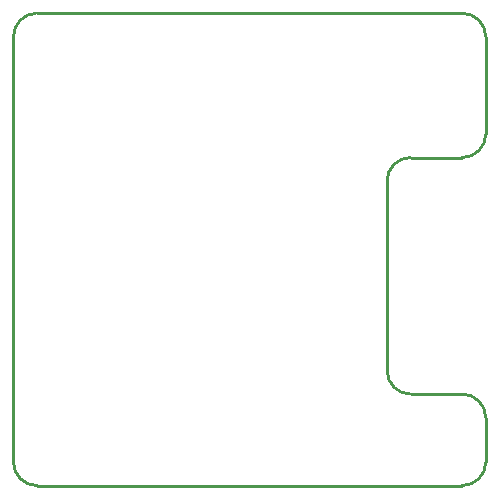
<source format=gko>
G04 Layer: BoardOutlineLayer*
G04 EasyEDA v6.5.22, 2023-04-06 23:37:51*
G04 59bfaf2a9afe4f888a6a27d7eff82a53,13d4147aac1444c28c06bf4132869bd4,10*
G04 Gerber Generator version 0.2*
G04 Scale: 100 percent, Rotated: No, Reflected: No *
G04 Dimensions in millimeters *
G04 leading zeros omitted , absolute positions ,4 integer and 5 decimal *
%FSLAX45Y45*%
%MOMM*%

%ADD10C,0.2540*%
D10*
X3999991Y-199999D02*
G01*
X3999991Y-1022497D01*
X3999991Y-3799992D02*
G01*
X3999991Y-3425395D01*
X3362492Y-3225492D02*
G01*
X3800185Y-3225396D01*
X3362299Y-1222400D02*
G01*
X3799992Y-1222496D01*
X3162300Y-1422400D02*
G01*
X3162300Y-3022600D01*
X0Y-3799992D02*
G01*
X0Y-199999D01*
X3799992Y-3999992D02*
G01*
X199999Y-3999992D01*
X199999Y0D02*
G01*
X3799992Y0D01*
G75*
G01*
X3799992Y0D02*
G02*
X3999992Y-200000I0J-200000D01*
G75*
G01*
X3999992Y-3799992D02*
G02*
X3799992Y-3999992I-200000J0D01*
G75*
G01*
X200000Y-3999992D02*
G02*
X0Y-3799992I0J200000D01*
G75*
G01*
X0Y-200000D02*
G02*
X200000Y0I200000J0D01*
G75*
G01*
X3162300Y-1422400D02*
G02*
X3362300Y-1222400I200000J0D01*
G75*
G01*
X3363344Y-3225800D02*
G02*
X3163344Y-3025800I0J200000D01*
G75*
G01*
X3999992Y-1022497D02*
G02*
X3799992Y-1222497I-200000J0D01*
G75*
G01*
X4000177Y-3425396D02*
G03*
X3800185Y-3225396I-199999J0D01*

%LPD*%
M02*

</source>
